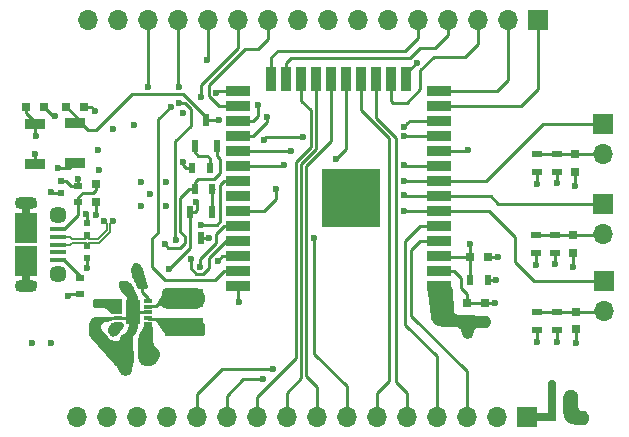
<source format=gbr>
G04 #@! TF.GenerationSoftware,KiCad,Pcbnew,(5.1.4)-1*
G04 #@! TF.CreationDate,2020-08-02T15:41:35-03:00*
G04 #@! TF.ProjectId,esp32_energy_monitor,65737033-325f-4656-9e65-7267795f6d6f,A*
G04 #@! TF.SameCoordinates,PX6d8d2a8PY639eee0*
G04 #@! TF.FileFunction,Copper,L1,Top*
G04 #@! TF.FilePolarity,Positive*
%FSLAX46Y46*%
G04 Gerber Fmt 4.6, Leading zero omitted, Abs format (unit mm)*
G04 Created by KiCad (PCBNEW (5.1.4)-1) date 2020-08-02 15:41:35*
%MOMM*%
%LPD*%
G04 APERTURE LIST*
G04 #@! TA.AperFunction,SMDPad,CuDef*
%ADD10R,0.240000X0.300000*%
G04 #@! TD*
G04 #@! TA.AperFunction,ComponentPad*
%ADD11O,1.900000X1.100000*%
G04 #@! TD*
G04 #@! TA.AperFunction,SMDPad,CuDef*
%ADD12R,1.900000X2.500000*%
G04 #@! TD*
G04 #@! TA.AperFunction,SMDPad,CuDef*
%ADD13R,1.350000X0.400000*%
G04 #@! TD*
G04 #@! TA.AperFunction,ComponentPad*
%ADD14C,1.450000*%
G04 #@! TD*
G04 #@! TA.AperFunction,SMDPad,CuDef*
%ADD15R,2.000000X0.900000*%
G04 #@! TD*
G04 #@! TA.AperFunction,SMDPad,CuDef*
%ADD16R,0.900000X2.000000*%
G04 #@! TD*
G04 #@! TA.AperFunction,SMDPad,CuDef*
%ADD17R,5.000000X5.000000*%
G04 #@! TD*
G04 #@! TA.AperFunction,SMDPad,CuDef*
%ADD18R,0.800000X0.750000*%
G04 #@! TD*
G04 #@! TA.AperFunction,SMDPad,CuDef*
%ADD19R,0.750000X0.800000*%
G04 #@! TD*
G04 #@! TA.AperFunction,SMDPad,CuDef*
%ADD20R,0.500000X0.600000*%
G04 #@! TD*
G04 #@! TA.AperFunction,SMDPad,CuDef*
%ADD21R,0.800000X0.600000*%
G04 #@! TD*
G04 #@! TA.AperFunction,SMDPad,CuDef*
%ADD22R,1.300000X2.100000*%
G04 #@! TD*
G04 #@! TA.AperFunction,SMDPad,CuDef*
%ADD23R,0.800000X0.300000*%
G04 #@! TD*
G04 #@! TA.AperFunction,ComponentPad*
%ADD24O,1.700000X1.700000*%
G04 #@! TD*
G04 #@! TA.AperFunction,ComponentPad*
%ADD25R,1.700000X1.700000*%
G04 #@! TD*
G04 #@! TA.AperFunction,SMDPad,CuDef*
%ADD26R,3.200000X1.550000*%
G04 #@! TD*
G04 #@! TA.AperFunction,SMDPad,CuDef*
%ADD27R,0.600000X1.100000*%
G04 #@! TD*
G04 #@! TA.AperFunction,SMDPad,CuDef*
%ADD28R,0.900000X0.500000*%
G04 #@! TD*
G04 #@! TA.AperFunction,SMDPad,CuDef*
%ADD29R,0.500000X0.900000*%
G04 #@! TD*
G04 #@! TA.AperFunction,SMDPad,CuDef*
%ADD30R,1.700000X0.900000*%
G04 #@! TD*
G04 #@! TA.AperFunction,ViaPad*
%ADD31C,0.600000*%
G04 #@! TD*
G04 #@! TA.AperFunction,Conductor*
%ADD32C,0.250000*%
G04 #@! TD*
G04 #@! TA.AperFunction,Conductor*
%ADD33C,0.700000*%
G04 #@! TD*
G04 #@! TA.AperFunction,Conductor*
%ADD34C,0.200000*%
G04 #@! TD*
G04 #@! TA.AperFunction,Conductor*
%ADD35C,0.300000*%
G04 #@! TD*
G04 #@! TA.AperFunction,Conductor*
%ADD36C,0.254000*%
G04 #@! TD*
G04 APERTURE END LIST*
D10*
G04 #@! TO.P,J1,SH*
G04 #@! TO.N,GNDD*
X2657000Y20290000D03*
D11*
G04 #@! TO.P,J1,6*
X1827000Y13460000D03*
D12*
X1809200Y18407800D03*
D13*
G04 #@! TO.P,J1,5*
G04 #@! TO.N,Net-(FB1-Pad1)*
X4527000Y15660000D03*
G04 #@! TO.P,J1,4*
G04 #@! TO.N,N/C*
X4527000Y16310000D03*
G04 #@! TO.P,J1,3*
G04 #@! TO.N,USB_DP*
X4527000Y16960000D03*
G04 #@! TO.P,J1,2*
G04 #@! TO.N,USB_DN*
X4527000Y17610000D03*
G04 #@! TO.P,J1,1*
G04 #@! TO.N,Net-(C4-Pad2)*
X4527000Y18260000D03*
D14*
G04 #@! TO.P,J1,6*
G04 #@! TO.N,GNDD*
X4527000Y19460000D03*
X4527000Y14460000D03*
D12*
X1809200Y15563000D03*
D11*
X1827000Y20460000D03*
D10*
G04 #@! TO.P,J1,SH*
X997000Y20290000D03*
X997000Y13630000D03*
X2657000Y13630000D03*
G04 #@! TD*
D15*
G04 #@! TO.P,MOD1,1*
G04 #@! TO.N,GND*
X36777000Y13450000D03*
G04 #@! TO.P,MOD1,2*
G04 #@! TO.N,+3V3*
X36777000Y14720000D03*
G04 #@! TO.P,MOD1,3*
G04 #@! TO.N,EN*
X36777000Y15990000D03*
G04 #@! TO.P,MOD1,4*
G04 #@! TO.N,SENSOR_VP*
X36777000Y17260000D03*
G04 #@! TO.P,MOD1,5*
G04 #@! TO.N,SENSOR_VN*
X36777000Y18530000D03*
G04 #@! TO.P,MOD1,6*
G04 #@! TO.N,ADC1_6*
X36777000Y19800000D03*
G04 #@! TO.P,MOD1,7*
G04 #@! TO.N,ADC1_7*
X36777000Y21070000D03*
G04 #@! TO.P,MOD1,8*
G04 #@! TO.N,ADC1_4*
X36777000Y22340000D03*
G04 #@! TO.P,MOD1,9*
G04 #@! TO.N,IO33*
X36777000Y23610000D03*
G04 #@! TO.P,MOD1,10*
G04 #@! TO.N,IO25*
X36777000Y24880000D03*
G04 #@! TO.P,MOD1,11*
G04 #@! TO.N,IO26*
X36777000Y26150000D03*
G04 #@! TO.P,MOD1,12*
G04 #@! TO.N,IO27*
X36777000Y27420000D03*
G04 #@! TO.P,MOD1,13*
G04 #@! TO.N,IO14*
X36777000Y28690000D03*
G04 #@! TO.P,MOD1,14*
G04 #@! TO.N,IO12*
X36777000Y29960000D03*
D16*
G04 #@! TO.P,MOD1,15*
G04 #@! TO.N,GND*
X33992000Y30960000D03*
G04 #@! TO.P,MOD1,16*
G04 #@! TO.N,IO13*
X32722000Y30960000D03*
G04 #@! TO.P,MOD1,17*
G04 #@! TO.N,SD2*
X31452000Y30960000D03*
G04 #@! TO.P,MOD1,18*
G04 #@! TO.N,SD3*
X30182000Y30960000D03*
G04 #@! TO.P,MOD1,19*
G04 #@! TO.N,SCS*
X28912000Y30960000D03*
G04 #@! TO.P,MOD1,20*
G04 #@! TO.N,CLK*
X27642000Y30960000D03*
G04 #@! TO.P,MOD1,21*
G04 #@! TO.N,SD0*
X26372000Y30960000D03*
G04 #@! TO.P,MOD1,22*
G04 #@! TO.N,SD1*
X25102000Y30960000D03*
G04 #@! TO.P,MOD1,23*
G04 #@! TO.N,IO15*
X23832000Y30960000D03*
G04 #@! TO.P,MOD1,24*
G04 #@! TO.N,IO2*
X22562000Y30960000D03*
D15*
G04 #@! TO.P,MOD1,25*
G04 #@! TO.N,IO0*
X19777000Y29960000D03*
G04 #@! TO.P,MOD1,26*
G04 #@! TO.N,IO4*
X19777000Y28690000D03*
G04 #@! TO.P,MOD1,27*
G04 #@! TO.N,IO16*
X19777000Y27420000D03*
G04 #@! TO.P,MOD1,28*
G04 #@! TO.N,IO17*
X19777000Y26150000D03*
G04 #@! TO.P,MOD1,29*
G04 #@! TO.N,IO5*
X19777000Y24880000D03*
G04 #@! TO.P,MOD1,30*
G04 #@! TO.N,IO18*
X19777000Y23610000D03*
G04 #@! TO.P,MOD1,31*
G04 #@! TO.N,IO19*
X19777000Y22340000D03*
G04 #@! TO.P,MOD1,32*
G04 #@! TO.N,N/C*
X19777000Y21070000D03*
G04 #@! TO.P,MOD1,33*
G04 #@! TO.N,IO21*
X19777000Y19800000D03*
G04 #@! TO.P,MOD1,34*
G04 #@! TO.N,RX0*
X19777000Y18530000D03*
G04 #@! TO.P,MOD1,35*
G04 #@! TO.N,TX0*
X19777000Y17260000D03*
G04 #@! TO.P,MOD1,36*
G04 #@! TO.N,IO22*
X19777000Y15990000D03*
G04 #@! TO.P,MOD1,37*
G04 #@! TO.N,IO23*
X19777000Y14720000D03*
G04 #@! TO.P,MOD1,38*
G04 #@! TO.N,GND*
X19777000Y13450000D03*
D17*
G04 #@! TO.P,MOD1,39*
X29277000Y20950000D03*
G04 #@! TD*
D18*
G04 #@! TO.P,C3,2*
G04 #@! TO.N,GND*
X10111000Y13528000D03*
G04 #@! TO.P,C3,1*
G04 #@! TO.N,VBUS*
X11611000Y13528000D03*
G04 #@! TD*
D19*
G04 #@! TO.P,C2,2*
G04 #@! TO.N,GND*
X48387000Y9791000D03*
G04 #@! TO.P,C2,1*
G04 #@! TO.N,Net-(C2-Pad1)*
X48387000Y11291000D03*
G04 #@! TD*
G04 #@! TO.P,C4,1*
G04 #@! TO.N,GND*
X7727000Y20560000D03*
G04 #@! TO.P,C4,2*
G04 #@! TO.N,Net-(C4-Pad2)*
X7727000Y22060000D03*
G04 #@! TD*
G04 #@! TO.P,C5,1*
G04 #@! TO.N,Net-(C5-Pad1)*
X48133000Y17768000D03*
G04 #@! TO.P,C5,2*
G04 #@! TO.N,GND*
X48133000Y16268000D03*
G04 #@! TD*
G04 #@! TO.P,C6,2*
G04 #@! TO.N,GND*
X7861000Y10478000D03*
G04 #@! TO.P,C6,1*
G04 #@! TO.N,Net-(C6-Pad1)*
X7861000Y11978000D03*
G04 #@! TD*
D18*
G04 #@! TO.P,C7,1*
G04 #@! TO.N,+3V3*
X11711000Y8928000D03*
G04 #@! TO.P,C7,2*
G04 #@! TO.N,GND*
X10211000Y8928000D03*
G04 #@! TD*
G04 #@! TO.P,C8,2*
G04 #@! TO.N,GND*
X10211000Y7528000D03*
G04 #@! TO.P,C8,1*
G04 #@! TO.N,+3V3*
X11711000Y7528000D03*
G04 #@! TD*
D19*
G04 #@! TO.P,C9,1*
G04 #@! TO.N,Net-(C9-Pad1)*
X48260000Y24626000D03*
G04 #@! TO.P,C9,2*
G04 #@! TO.N,GND*
X48260000Y23126000D03*
G04 #@! TD*
D18*
G04 #@! TO.P,C12,1*
G04 #@! TO.N,GND*
X6677000Y28660000D03*
G04 #@! TO.P,C12,2*
G04 #@! TO.N,EN*
X5177000Y28660000D03*
G04 #@! TD*
G04 #@! TO.P,C13,2*
G04 #@! TO.N,IO0*
X1777000Y28660000D03*
G04 #@! TO.P,C13,1*
G04 #@! TO.N,GND*
X3277000Y28660000D03*
G04 #@! TD*
G04 #@! TO.P,C14,1*
G04 #@! TO.N,EN*
X39377000Y15960000D03*
G04 #@! TO.P,C14,2*
G04 #@! TO.N,GND*
X40877000Y15960000D03*
G04 #@! TD*
G04 #@! TO.P,C15,1*
G04 #@! TO.N,+3V3*
X46329000Y2355000D03*
G04 #@! TO.P,C15,2*
G04 #@! TO.N,GND*
X47829000Y2355000D03*
G04 #@! TD*
G04 #@! TO.P,C16,2*
G04 #@! TO.N,GND*
X47829000Y4133000D03*
G04 #@! TO.P,C16,1*
G04 #@! TO.N,+3V3*
X46329000Y4133000D03*
G04 #@! TD*
D19*
G04 #@! TO.P,C17,2*
G04 #@! TO.N,GND*
X39127000Y10510000D03*
G04 #@! TO.P,C17,1*
G04 #@! TO.N,+3V3*
X39127000Y12010000D03*
G04 #@! TD*
G04 #@! TO.P,C18,1*
G04 #@! TO.N,+3V3*
X40627000Y12010000D03*
G04 #@! TO.P,C18,2*
G04 #@! TO.N,GND*
X40627000Y10510000D03*
G04 #@! TD*
D20*
G04 #@! TO.P,D1,1*
G04 #@! TO.N,USB_DP*
X6977000Y16820000D03*
G04 #@! TO.P,D1,2*
G04 #@! TO.N,GND*
X6977000Y15820000D03*
G04 #@! TD*
G04 #@! TO.P,D2,2*
G04 #@! TO.N,GND*
X6977000Y18760000D03*
G04 #@! TO.P,D2,1*
G04 #@! TO.N,USB_DN*
X6977000Y17760000D03*
G04 #@! TD*
G04 #@! TO.P,D3,1*
G04 #@! TO.N,VBUS*
X4727000Y22360000D03*
G04 #@! TO.P,D3,2*
G04 #@! TO.N,GND*
X4727000Y21360000D03*
G04 #@! TD*
D21*
G04 #@! TO.P,FB1,1*
G04 #@! TO.N,Net-(FB1-Pad1)*
X6327000Y14160000D03*
G04 #@! TO.P,FB1,2*
G04 #@! TO.N,GND*
X6327000Y12760000D03*
G04 #@! TD*
G04 #@! TO.P,FB2,2*
G04 #@! TO.N,VBUS*
X6227000Y21960000D03*
G04 #@! TO.P,FB2,1*
G04 #@! TO.N,Net-(C4-Pad2)*
X6227000Y20560000D03*
G04 #@! TD*
D22*
G04 #@! TO.P,IC1,11*
G04 #@! TO.N,GND*
X10861000Y11228000D03*
D23*
G04 #@! TO.P,IC1,10*
G04 #@! TO.N,+3V3*
X9611000Y10228000D03*
G04 #@! TO.P,IC1,9*
G04 #@! TO.N,GND*
X9611000Y10728000D03*
G04 #@! TO.P,IC1,8*
G04 #@! TO.N,Net-(C6-Pad1)*
X9611000Y11228000D03*
G04 #@! TO.P,IC1,7*
X9611000Y11728000D03*
G04 #@! TO.P,IC1,6*
X9611000Y12228000D03*
G04 #@! TO.P,IC1,5*
G04 #@! TO.N,VBUS*
X12111000Y12228000D03*
G04 #@! TO.P,IC1,4*
G04 #@! TO.N,Net-(IC1-Pad4)*
X12111000Y11728000D03*
G04 #@! TO.P,IC1,3*
G04 #@! TO.N,GND*
X12111000Y11228000D03*
G04 #@! TO.P,IC1,2*
G04 #@! TO.N,Net-(IC1-Pad2)*
X12111000Y10728000D03*
G04 #@! TO.P,IC1,1*
G04 #@! TO.N,+3V3*
X12111000Y10228000D03*
G04 #@! TD*
D24*
G04 #@! TO.P,J2,2*
G04 #@! TO.N,Net-(C2-Pad1)*
X50736500Y11366500D03*
D25*
G04 #@! TO.P,J2,1*
G04 #@! TO.N,ADC1_6*
X50736500Y13906500D03*
G04 #@! TD*
G04 #@! TO.P,J3,1*
G04 #@! TO.N,ADC1_7*
X50673000Y20447000D03*
D24*
G04 #@! TO.P,J3,2*
G04 #@! TO.N,Net-(C5-Pad1)*
X50673000Y17907000D03*
G04 #@! TD*
D25*
G04 #@! TO.P,J4,1*
G04 #@! TO.N,ADC1_4*
X50673000Y27178000D03*
D24*
G04 #@! TO.P,J4,2*
G04 #@! TO.N,Net-(C9-Pad1)*
X50673000Y24638000D03*
G04 #@! TD*
D25*
G04 #@! TO.P,J5,1*
G04 #@! TO.N,+3V3*
X44188000Y2413000D03*
D24*
G04 #@! TO.P,J5,2*
G04 #@! TO.N,IO25*
X41648000Y2413000D03*
G04 #@! TO.P,J5,3*
G04 #@! TO.N,SENSOR_VP*
X39108000Y2413000D03*
G04 #@! TO.P,J5,4*
G04 #@! TO.N,SENSOR_VN*
X36568000Y2413000D03*
G04 #@! TO.P,J5,5*
G04 #@! TO.N,SD2*
X34028000Y2413000D03*
G04 #@! TO.P,J5,6*
G04 #@! TO.N,SD3*
X31488000Y2413000D03*
G04 #@! TO.P,J5,7*
G04 #@! TO.N,SCS*
X28948000Y2413000D03*
G04 #@! TO.P,J5,8*
G04 #@! TO.N,CLK*
X26408000Y2413000D03*
G04 #@! TO.P,J5,9*
G04 #@! TO.N,SD0*
X23868000Y2413000D03*
G04 #@! TO.P,J5,10*
G04 #@! TO.N,SD1*
X21328000Y2413000D03*
G04 #@! TO.P,J5,11*
G04 #@! TO.N,ADC1_7*
X18788000Y2413000D03*
G04 #@! TO.P,J5,12*
G04 #@! TO.N,ADC1_6*
X16248000Y2413000D03*
G04 #@! TO.P,J5,13*
G04 #@! TO.N,ADC1_4*
X13708000Y2413000D03*
G04 #@! TO.P,J5,14*
G04 #@! TO.N,IO33*
X11168000Y2413000D03*
G04 #@! TO.P,J5,15*
G04 #@! TO.N,IO26*
X8628000Y2413000D03*
G04 #@! TO.P,J5,16*
G04 #@! TO.N,IO27*
X6088000Y2413000D03*
G04 #@! TD*
G04 #@! TO.P,J6,16*
G04 #@! TO.N,GND*
X7047000Y35960000D03*
G04 #@! TO.P,J6,15*
X9587000Y35960000D03*
G04 #@! TO.P,J6,14*
G04 #@! TO.N,IO23*
X12127000Y35960000D03*
G04 #@! TO.P,J6,13*
G04 #@! TO.N,IO22*
X14667000Y35960000D03*
G04 #@! TO.P,J6,12*
G04 #@! TO.N,IO21*
X17207000Y35960000D03*
G04 #@! TO.P,J6,11*
G04 #@! TO.N,IO19*
X19747000Y35960000D03*
G04 #@! TO.P,J6,10*
G04 #@! TO.N,IO4*
X22287000Y35960000D03*
G04 #@! TO.P,J6,9*
G04 #@! TO.N,IO16*
X24827000Y35960000D03*
G04 #@! TO.P,J6,8*
G04 #@! TO.N,IO17*
X27367000Y35960000D03*
G04 #@! TO.P,J6,7*
G04 #@! TO.N,IO18*
X29907000Y35960000D03*
G04 #@! TO.P,J6,6*
G04 #@! TO.N,IO5*
X32447000Y35960000D03*
G04 #@! TO.P,J6,5*
G04 #@! TO.N,IO2*
X34987000Y35960000D03*
G04 #@! TO.P,J6,4*
G04 #@! TO.N,IO15*
X37527000Y35960000D03*
G04 #@! TO.P,J6,3*
G04 #@! TO.N,IO13*
X40067000Y35960000D03*
G04 #@! TO.P,J6,2*
G04 #@! TO.N,IO12*
X42607000Y35960000D03*
D25*
G04 #@! TO.P,J6,1*
G04 #@! TO.N,IO14*
X45147000Y35960000D03*
G04 #@! TD*
D26*
G04 #@! TO.P,L1,2*
G04 #@! TO.N,Net-(IC1-Pad4)*
X15161000Y12428000D03*
G04 #@! TO.P,L1,1*
G04 #@! TO.N,Net-(IC1-Pad2)*
X15161000Y10028000D03*
G04 #@! TD*
D27*
G04 #@! TO.P,Q1,1*
G04 #@! TO.N,Net-(Q1-Pad1)*
X16077000Y25360000D03*
G04 #@! TO.P,Q1,2*
G04 #@! TO.N,RTS*
X17977000Y25360000D03*
G04 #@! TO.P,Q1,3*
G04 #@! TO.N,EN*
X17027000Y27560000D03*
G04 #@! TD*
G04 #@! TO.P,Q2,3*
G04 #@! TO.N,IO0*
X16627000Y17560000D03*
G04 #@! TO.P,Q2,2*
G04 #@! TO.N,DTR*
X15677000Y19760000D03*
G04 #@! TO.P,Q2,1*
G04 #@! TO.N,Net-(Q2-Pad1)*
X17577000Y19760000D03*
G04 #@! TD*
D28*
G04 #@! TO.P,R1,2*
G04 #@! TO.N,+3V3*
X45085000Y9727500D03*
G04 #@! TO.P,R1,1*
G04 #@! TO.N,Net-(C2-Pad1)*
X45085000Y11227500D03*
G04 #@! TD*
G04 #@! TO.P,R2,1*
G04 #@! TO.N,GND*
X46736000Y9727500D03*
G04 #@! TO.P,R2,2*
G04 #@! TO.N,Net-(C2-Pad1)*
X46736000Y11227500D03*
G04 #@! TD*
G04 #@! TO.P,R4,1*
G04 #@! TO.N,Net-(C5-Pad1)*
X44958000Y17768000D03*
G04 #@! TO.P,R4,2*
G04 #@! TO.N,+3V3*
X44958000Y16268000D03*
G04 #@! TD*
G04 #@! TO.P,R5,1*
G04 #@! TO.N,GND*
X46609000Y16268000D03*
G04 #@! TO.P,R5,2*
G04 #@! TO.N,Net-(C5-Pad1)*
X46609000Y17768000D03*
G04 #@! TD*
G04 #@! TO.P,R6,1*
G04 #@! TO.N,Net-(C9-Pad1)*
X45085000Y24626000D03*
G04 #@! TO.P,R6,2*
G04 #@! TO.N,+3V3*
X45085000Y23126000D03*
G04 #@! TD*
G04 #@! TO.P,R7,2*
G04 #@! TO.N,Net-(C9-Pad1)*
X46736000Y24626000D03*
G04 #@! TO.P,R7,1*
G04 #@! TO.N,GND*
X46736000Y23126000D03*
G04 #@! TD*
D29*
G04 #@! TO.P,R8,2*
G04 #@! TO.N,DTR*
X15877000Y23460000D03*
G04 #@! TO.P,R8,1*
G04 #@! TO.N,Net-(Q1-Pad1)*
X17377000Y23460000D03*
G04 #@! TD*
G04 #@! TO.P,R9,1*
G04 #@! TO.N,Net-(Q2-Pad1)*
X17577000Y21660000D03*
G04 #@! TO.P,R9,2*
G04 #@! TO.N,RTS*
X16077000Y21660000D03*
G04 #@! TD*
G04 #@! TO.P,R13,2*
G04 #@! TO.N,EN*
X39377000Y13960000D03*
G04 #@! TO.P,R13,1*
G04 #@! TO.N,+3V3*
X40877000Y13960000D03*
G04 #@! TD*
D30*
G04 #@! TO.P,SW1,2*
G04 #@! TO.N,EN*
X5927000Y27260000D03*
G04 #@! TO.P,SW1,1*
G04 #@! TO.N,GND*
X5927000Y23860000D03*
G04 #@! TD*
G04 #@! TO.P,SW2,1*
G04 #@! TO.N,GND*
X2527000Y23760000D03*
G04 #@! TO.P,SW2,2*
G04 #@! TO.N,IO0*
X2527000Y27160000D03*
G04 #@! TD*
D31*
G04 #@! TO.N,GND*
X27432000Y19304000D03*
X11527000Y20260000D03*
X13627000Y20260000D03*
X13627000Y22260000D03*
X11527000Y22260000D03*
X31115000Y22733000D03*
X29210000Y20955000D03*
X27432000Y22733000D03*
X31115000Y20955000D03*
X27432000Y20955000D03*
X29337000Y22733000D03*
X10861000Y11928000D03*
X10861000Y11228000D03*
X10861000Y10528000D03*
X31115000Y19304000D03*
X29210000Y19304000D03*
X3927000Y8660000D03*
X3927000Y21460000D03*
X7902022Y24960000D03*
X7727000Y19460000D03*
X5327000Y12660000D03*
X39127000Y9460000D03*
X6852000Y19560000D03*
X4226980Y27860000D03*
X7561000Y9628000D03*
X10261000Y6628000D03*
X2527000Y24660000D03*
X10927000Y27060000D03*
X7627000Y28260000D03*
X9127000Y26760000D03*
X4527000Y23460000D03*
X41727000Y15960000D03*
X6927012Y15010000D03*
X19812000Y12128500D03*
X12319000Y21260000D03*
X46736000Y8763000D03*
X48387000Y8636000D03*
X48895000Y2286000D03*
X34925000Y32385000D03*
X46736000Y22225000D03*
X48260000Y21971000D03*
X46609000Y15367000D03*
X48133000Y15113000D03*
G04 #@! TO.N,+3V3*
X12561000Y7528000D03*
X7979334Y23276906D03*
X9061000Y9628004D03*
X41627002Y13960000D03*
X41527000Y12060000D03*
X15103010Y28128012D03*
X46355000Y5207000D03*
X44958000Y15240000D03*
X45085000Y8763000D03*
X45085000Y22098000D03*
G04 #@! TO.N,GNDD*
X2327000Y8660000D03*
G04 #@! TO.N,EN*
X39377000Y17010000D03*
X18151012Y27559000D03*
X25273000Y26088839D03*
X21910051Y25847051D03*
G04 #@! TO.N,IO0*
X2627000Y26160000D03*
X17907000Y29845000D03*
X17281990Y17525999D03*
G04 #@! TO.N,IO21*
X22987000Y21717000D03*
X17145000Y32575500D03*
G04 #@! TO.N,VBUS*
X6227000Y22560000D03*
X11303000Y14732000D03*
G04 #@! TO.N,USB_DP*
X9127885Y18992940D03*
G04 #@! TO.N,USB_DN*
X8427885Y18992940D03*
G04 #@! TO.N,RTS*
X13525534Y17008917D03*
G04 #@! TO.N,TX0*
X15748000Y15748000D03*
G04 #@! TO.N,RX0*
X16510000Y15113000D03*
G04 #@! TO.N,DTR*
X15103010Y23960000D03*
X13906500Y14922500D03*
X16206969Y20574000D03*
G04 #@! TO.N,ADC1_6*
X22733000Y6477000D03*
X33794000Y19800000D03*
G04 #@! TO.N,ADC1_7*
X33782000Y21209000D03*
X21852357Y5591256D03*
G04 #@! TO.N,ADC1_4*
X33770000Y22340000D03*
G04 #@! TO.N,IO25*
X39243000Y25019000D03*
G04 #@! TO.N,SCS*
X26162000Y17526000D03*
X28067000Y24257000D03*
G04 #@! TO.N,IO33*
X33782000Y23749000D03*
G04 #@! TO.N,IO26*
X33782000Y26133977D03*
G04 #@! TO.N,IO27*
X33782000Y26933990D03*
G04 #@! TO.N,IO23*
X14033500Y28638500D03*
X12128500Y30343010D03*
G04 #@! TO.N,IO22*
X18034000Y15621000D03*
X14477990Y17399000D03*
X14732000Y30352998D03*
X14761795Y28969543D03*
G04 #@! TO.N,IO19*
X16637000Y29464000D03*
X16637000Y18669000D03*
G04 #@! TO.N,IO18*
X23632913Y23749000D03*
G04 #@! TO.N,IO17*
X22225000Y27813000D03*
G04 #@! TO.N,IO16*
X21463000Y28829000D03*
G04 #@! TO.N,IO5*
X24257913Y24892000D03*
G04 #@! TD*
D32*
G04 #@! TO.N,GND*
X10211000Y8928000D02*
X10861000Y9578000D01*
X10561000Y11028000D02*
X10561000Y11328000D01*
X10261000Y10728000D02*
X10561000Y11028000D01*
X10861000Y11228000D02*
X12111000Y11228000D01*
X9611000Y10728000D02*
X10261000Y10728000D01*
X8111000Y10728000D02*
X7861000Y10478000D01*
X9611000Y10728000D02*
X8111000Y10728000D01*
X4727000Y21360000D02*
X4027000Y21360000D01*
X4027000Y21360000D02*
X3927000Y21460000D01*
X7727000Y20560000D02*
X7727000Y19460000D01*
X6327000Y12760000D02*
X5427000Y12760000D01*
X5427000Y12760000D02*
X5327000Y12660000D01*
X39127000Y10510000D02*
X39127000Y9460000D01*
X38932000Y10705000D02*
X39127000Y10510000D01*
X37127000Y10705000D02*
X38932000Y10705000D01*
X6977000Y18760000D02*
X6977000Y19435000D01*
X6977000Y19435000D02*
X6852000Y19560000D01*
X3277000Y28660000D02*
X3302000Y28660000D01*
X4102000Y27860000D02*
X4226980Y27860000D01*
X3302000Y28660000D02*
X4102000Y27860000D01*
X10861000Y12478000D02*
X10861000Y11928000D01*
X10111000Y13228000D02*
X10861000Y12478000D01*
X7861000Y10478000D02*
X7861000Y9828000D01*
X7661000Y9628000D02*
X7561000Y9628000D01*
X7861000Y9828000D02*
X7661000Y9628000D01*
X10861000Y9578000D02*
X10861000Y11228000D01*
X10211000Y8928000D02*
X10211000Y7528000D01*
X10211000Y7528000D02*
X10211000Y6678000D01*
X10211000Y6678000D02*
X10261000Y6628000D01*
X39127000Y10510000D02*
X40627000Y10510000D01*
X2527000Y23960000D02*
X2527000Y24660000D01*
X7327000Y28660000D02*
X7627000Y28360000D01*
X7627000Y28360000D02*
X7627000Y28260000D01*
X6677000Y28660000D02*
X7327000Y28660000D01*
X5927000Y23960000D02*
X5427000Y23460000D01*
X4951264Y23460000D02*
X4527000Y23460000D01*
X5427000Y23460000D02*
X4951264Y23460000D01*
X40877000Y15960000D02*
X41727000Y15960000D01*
X6927000Y15810000D02*
X6927012Y15809988D01*
X6927012Y15434264D02*
X6927012Y15010000D01*
X6927012Y15809988D02*
X6927012Y15434264D01*
X36777000Y11055000D02*
X36777000Y13450000D01*
X37127000Y10705000D02*
X36777000Y11055000D01*
X19777000Y13450000D02*
X19777000Y12163500D01*
X19777000Y12163500D02*
X19812000Y12128500D01*
X46736000Y9727500D02*
X46736000Y8763000D01*
X48387000Y9791000D02*
X48387000Y8636000D01*
X47829000Y2355000D02*
X48826000Y2355000D01*
X48826000Y2355000D02*
X48895000Y2286000D01*
X33992000Y30960000D02*
X33992000Y31510000D01*
X34867000Y32385000D02*
X34925000Y32385000D01*
X33992000Y31510000D02*
X34867000Y32385000D01*
X46736000Y23126000D02*
X46736000Y22225000D01*
X48260000Y23126000D02*
X48260000Y21971000D01*
X46609000Y16268000D02*
X46609000Y15367000D01*
X48133000Y16268000D02*
X48133000Y15113000D01*
G04 #@! TO.N,+3V3*
X11711000Y9828000D02*
X12111000Y10228000D01*
X11711000Y9128000D02*
X11711000Y9828000D01*
X11711000Y7528000D02*
X11711000Y8928000D01*
X11711000Y7528000D02*
X12561000Y7528000D01*
X39127000Y12010000D02*
X40627000Y12010000D01*
X9611000Y10228000D02*
X9611000Y9828000D01*
X9411004Y9628004D02*
X9061000Y9628004D01*
X9611000Y9828000D02*
X9411004Y9628004D01*
X40877000Y13960000D02*
X41627002Y13960000D01*
X40627000Y12010000D02*
X41477000Y12010000D01*
X41477000Y12010000D02*
X41527000Y12060000D01*
X39127000Y12816000D02*
X39127000Y12210000D01*
X38608000Y13335000D02*
X39127000Y12816000D01*
X38608000Y14139000D02*
X38608000Y13335000D01*
X36777000Y14720000D02*
X38027000Y14720000D01*
X38027000Y14720000D02*
X38608000Y14139000D01*
D33*
X46271000Y2413000D02*
X46329000Y2355000D01*
X44188000Y2413000D02*
X46271000Y2413000D01*
X46329000Y4133000D02*
X46329000Y2355000D01*
X46329000Y4133000D02*
X46329000Y5181000D01*
X46329000Y5181000D02*
X46355000Y5207000D01*
D32*
X44958000Y16268000D02*
X44958000Y15240000D01*
X45085000Y9727500D02*
X45085000Y8763000D01*
X45085000Y23126000D02*
X45085000Y22098000D01*
D33*
G04 #@! TO.N,GNDD*
X1827000Y18425600D02*
X1809200Y18407800D01*
X1827000Y20460000D02*
X1827000Y18425600D01*
X1827000Y15545200D02*
X1809200Y15563000D01*
X1827000Y13460000D02*
X1827000Y15545200D01*
D32*
G04 #@! TO.N,Net-(C4-Pad2)*
X6227000Y20010000D02*
X6227000Y20560000D01*
X6227000Y19485000D02*
X6227000Y20010000D01*
X5002000Y18260000D02*
X6227000Y19485000D01*
X4527000Y18260000D02*
X5002000Y18260000D01*
X7727000Y21560000D02*
X7727000Y22060000D01*
X7498000Y21331000D02*
X7727000Y21560000D01*
X6598000Y21331000D02*
X7498000Y21331000D01*
X6227000Y20560000D02*
X6227000Y20960000D01*
X6227000Y20960000D02*
X6598000Y21331000D01*
G04 #@! TO.N,EN*
X39377000Y13760000D02*
X39377000Y13960000D01*
X39377000Y15960000D02*
X39377000Y13960000D01*
X39377000Y15960000D02*
X39377000Y17010000D01*
X36807000Y15960000D02*
X36777000Y15990000D01*
X39377000Y15960000D02*
X36807000Y15960000D01*
X10785014Y29718000D02*
X15119000Y29718000D01*
X7727014Y26660000D02*
X10785014Y29718000D01*
X5177000Y28660000D02*
X5202000Y28660000D01*
X17027000Y27810000D02*
X17027000Y27560000D01*
X7027000Y26660000D02*
X7727014Y26660000D01*
X15119000Y29718000D02*
X17027000Y27810000D01*
X5202000Y28660000D02*
X6327000Y27535000D01*
X6327000Y27535000D02*
X6327000Y27360000D01*
X6327000Y27360000D02*
X7027000Y26660000D01*
X17027000Y27560000D02*
X18150012Y27560000D01*
X18150012Y27560000D02*
X18151012Y27559000D01*
X22151839Y26088839D02*
X21910051Y25847051D01*
X25273000Y26088839D02*
X22151839Y26088839D01*
G04 #@! TO.N,IO0*
X1777000Y28110000D02*
X2527000Y27360000D01*
X1777000Y28660000D02*
X1777000Y28110000D01*
X2527000Y26260000D02*
X2627000Y26160000D01*
X2527000Y27360000D02*
X2527000Y26260000D01*
X18022000Y29960000D02*
X17907000Y29845000D01*
X19777000Y29960000D02*
X18022000Y29960000D01*
X16627000Y17560000D02*
X17247989Y17560000D01*
X17247989Y17560000D02*
X17281990Y17525999D01*
G04 #@! TO.N,Net-(C9-Pad1)*
X45085000Y24626000D02*
X46736000Y24626000D01*
X46736000Y24626000D02*
X48260000Y24626000D01*
X50661000Y24626000D02*
X50673000Y24638000D01*
X48260000Y24626000D02*
X50661000Y24626000D01*
G04 #@! TO.N,IO21*
X22987000Y20828000D02*
X22987000Y21717000D01*
X19777000Y19800000D02*
X21959000Y19800000D01*
X21959000Y19800000D02*
X22987000Y20828000D01*
X17207000Y32637500D02*
X17145000Y32575500D01*
X17207000Y35960000D02*
X17207000Y32637500D01*
G04 #@! TO.N,VBUS*
X5577000Y21960000D02*
X6227000Y21960000D01*
X4727000Y22360000D02*
X5177000Y22360000D01*
X5177000Y22360000D02*
X5577000Y21960000D01*
X6227000Y21960000D02*
X6227000Y22560000D01*
X12111000Y12478000D02*
X12111000Y12228000D01*
X11611000Y12978000D02*
X12111000Y12478000D01*
X11611000Y13578000D02*
X11611000Y12978000D01*
X11611000Y13528000D02*
X11611000Y14424000D01*
X11611000Y14424000D02*
X11303000Y14732000D01*
D34*
G04 #@! TO.N,USB_DP*
X4527000Y16960000D02*
X5539501Y16960000D01*
X5539501Y16960000D02*
X5714501Y17135000D01*
X7994134Y17135000D02*
X8927885Y18068751D01*
X8927885Y18068751D02*
X8927885Y18792940D01*
X8927885Y18792940D02*
X9127885Y18992940D01*
X6977000Y17026000D02*
X6868000Y17135000D01*
X6977000Y16820000D02*
X6977000Y17026000D01*
X5714501Y17135000D02*
X6868000Y17135000D01*
X6977000Y16990000D02*
X7122000Y17135000D01*
X6977000Y16820000D02*
X6977000Y16990000D01*
X7122000Y17135000D02*
X7994134Y17135000D01*
G04 #@! TO.N,USB_DN*
X5539501Y17610000D02*
X5714501Y17435000D01*
X4527000Y17610000D02*
X5539501Y17610000D01*
X8627885Y18792940D02*
X8427885Y18992940D01*
X8627885Y18193019D02*
X8627885Y18792940D01*
X7869866Y17435000D02*
X8627885Y18193019D01*
X6977000Y17606000D02*
X7148000Y17435000D01*
X6977000Y17760000D02*
X6977000Y17606000D01*
X7148000Y17435000D02*
X7869866Y17435000D01*
X6977000Y17590000D02*
X6822000Y17435000D01*
X6977000Y17760000D02*
X6977000Y17590000D01*
X5714501Y17435000D02*
X6822000Y17435000D01*
D32*
G04 #@! TO.N,Net-(FB1-Pad1)*
X6327000Y14335000D02*
X6327000Y14160000D01*
X5002000Y15660000D02*
X6327000Y14335000D01*
X4527000Y15660000D02*
X5002000Y15660000D01*
G04 #@! TO.N,RTS*
X17977000Y25360000D02*
X18027000Y25310000D01*
X14839922Y16708918D02*
X13825533Y16708918D01*
X15577000Y21660000D02*
X14859000Y20942000D01*
X14859000Y20942000D02*
X14859000Y18070012D01*
X15230011Y17699001D02*
X15230011Y17099007D01*
X16077000Y21660000D02*
X15577000Y21660000D01*
X14859000Y18070012D02*
X15230011Y17699001D01*
X15230011Y17099007D02*
X14839922Y16708918D01*
X13825533Y16708918D02*
X13525534Y17008917D01*
X16077000Y22274600D02*
X16077000Y21660000D01*
X17977000Y25360000D02*
X17977000Y24460000D01*
X17977000Y24460000D02*
X18227000Y24210000D01*
X18227000Y24210000D02*
X18227000Y23060000D01*
X17722200Y22555200D02*
X16357600Y22555200D01*
X18227000Y23060000D02*
X17722200Y22555200D01*
X16357600Y22555200D02*
X16077000Y22274600D01*
G04 #@! TO.N,TX0*
X16209998Y14487998D02*
X15748000Y14949996D01*
X15748000Y14949996D02*
X15748000Y15323736D01*
X15748000Y15323736D02*
X15748000Y15748000D01*
X18694415Y17260000D02*
X17272000Y15837585D01*
X19777000Y17260000D02*
X18694415Y17260000D01*
X17272000Y15837585D02*
X17272000Y14986000D01*
X17272000Y14986000D02*
X16773998Y14487998D01*
X16773998Y14487998D02*
X16209998Y14487998D01*
G04 #@! TO.N,RX0*
X16510000Y15537264D02*
X16510000Y15113000D01*
X17907000Y17108996D02*
X16510000Y15711996D01*
X17907000Y17910000D02*
X17907000Y17108996D01*
X18527000Y18530000D02*
X17907000Y17910000D01*
X19777000Y18530000D02*
X18527000Y18530000D01*
X16510000Y15711996D02*
X16510000Y15537264D01*
G04 #@! TO.N,DTR*
X15877000Y23610000D02*
X15877000Y23460000D01*
X15877000Y23460000D02*
X15377000Y23460000D01*
X15377000Y23460000D02*
X15103010Y23733990D01*
X15103010Y23733990D02*
X15103010Y23960000D01*
X14206499Y15222499D02*
X13906500Y14922500D01*
X15680014Y18956986D02*
X15680014Y16696014D01*
X15677000Y18960000D02*
X15680014Y18956986D01*
X15677000Y19760000D02*
X15677000Y18960000D01*
X15680014Y16696014D02*
X14206499Y15222499D01*
X16256000Y20524969D02*
X16206969Y20574000D01*
X16256000Y19939000D02*
X16256000Y20524969D01*
X15677000Y19760000D02*
X16077000Y19760000D01*
X16077000Y19760000D02*
X16256000Y19939000D01*
G04 #@! TO.N,Net-(Q1-Pad1)*
X17377000Y24279000D02*
X17377000Y23460000D01*
X17145000Y24511000D02*
X17377000Y24279000D01*
X16383000Y24511000D02*
X17145000Y24511000D01*
X16077000Y25360000D02*
X16077000Y24817000D01*
X16077000Y24817000D02*
X16383000Y24511000D01*
G04 #@! TO.N,Net-(Q2-Pad1)*
X17727000Y21660000D02*
X17577000Y21660000D01*
X17577000Y21660000D02*
X17577000Y19760000D01*
G04 #@! TO.N,Net-(C6-Pad1)*
X9611000Y12228000D02*
X9611000Y11228000D01*
D35*
X9611000Y11228000D02*
X9361000Y11228000D01*
D32*
X8011000Y12128000D02*
X7861000Y11978000D01*
X9611000Y12228000D02*
X9511000Y12128000D01*
X9511000Y12128000D02*
X8011000Y12128000D01*
G04 #@! TO.N,Net-(C2-Pad1)*
X45085000Y11227500D02*
X46736000Y11227500D01*
X48323500Y11227500D02*
X48387000Y11291000D01*
X46736000Y11227500D02*
X48323500Y11227500D01*
X50661000Y11291000D02*
X50736500Y11366500D01*
X48387000Y11291000D02*
X50661000Y11291000D01*
G04 #@! TO.N,Net-(C5-Pad1)*
X44958000Y17768000D02*
X46609000Y17768000D01*
X46609000Y17768000D02*
X48133000Y17768000D01*
X50534000Y17768000D02*
X50673000Y17907000D01*
X48133000Y17768000D02*
X50534000Y17768000D01*
G04 #@! TO.N,Net-(IC1-Pad4)*
X13561000Y12428000D02*
X15161000Y12428000D01*
X13446002Y12428000D02*
X13561000Y12428000D01*
X12771001Y11752999D02*
X13446002Y12428000D01*
X12111000Y11728000D02*
X12135999Y11752999D01*
X12135999Y11752999D02*
X12771001Y11752999D01*
G04 #@! TO.N,Net-(IC1-Pad2)*
X13446002Y10028000D02*
X15161000Y10028000D01*
X12771001Y10703001D02*
X13446002Y10028000D01*
X12111000Y10728000D02*
X12135999Y10703001D01*
X12135999Y10703001D02*
X12771001Y10703001D01*
G04 #@! TO.N,ADC1_6*
X36777000Y19800000D02*
X33794000Y19800000D01*
X22308736Y6477000D02*
X22733000Y6477000D01*
X18415000Y6477000D02*
X22308736Y6477000D01*
X16248000Y2413000D02*
X16248000Y4310000D01*
X16248000Y4310000D02*
X18415000Y6477000D01*
X44767500Y13906500D02*
X50736500Y13906500D01*
X43180000Y15494000D02*
X44767500Y13906500D01*
X43180000Y17653000D02*
X43180000Y15494000D01*
X36777000Y19800000D02*
X41033000Y19800000D01*
X41033000Y19800000D02*
X43180000Y17653000D01*
G04 #@! TO.N,ADC1_7*
X41783000Y20447000D02*
X50673000Y20447000D01*
X36777000Y21070000D02*
X41160000Y21070000D01*
X41160000Y21070000D02*
X41783000Y20447000D01*
X36777000Y21070000D02*
X33921000Y21070000D01*
X33921000Y21070000D02*
X33782000Y21209000D01*
X20196256Y5591256D02*
X21852357Y5591256D01*
X18788000Y2413000D02*
X18788000Y4183000D01*
X18788000Y4183000D02*
X20196256Y5591256D01*
G04 #@! TO.N,ADC1_4*
X36777000Y22340000D02*
X33770000Y22340000D01*
X49573000Y27178000D02*
X50673000Y27178000D01*
X45593000Y27178000D02*
X49573000Y27178000D01*
X36777000Y22340000D02*
X40755000Y22340000D01*
X40755000Y22340000D02*
X45593000Y27178000D01*
G04 #@! TO.N,IO25*
X36777000Y24880000D02*
X39104000Y24880000D01*
X39104000Y24880000D02*
X39243000Y25019000D01*
G04 #@! TO.N,SENSOR_VP*
X35167000Y17260000D02*
X36777000Y17260000D01*
X34417000Y16510000D02*
X35167000Y17260000D01*
X34417000Y10922000D02*
X34417000Y16510000D01*
X39108000Y2413000D02*
X39108000Y6231000D01*
X39108000Y6231000D02*
X34417000Y10922000D01*
G04 #@! TO.N,SENSOR_VN*
X36568000Y7501000D02*
X36568000Y2413000D01*
X33909000Y10160000D02*
X36568000Y7501000D01*
X33909000Y17272000D02*
X33909000Y10160000D01*
X36777000Y18530000D02*
X35167000Y18530000D01*
X35167000Y18530000D02*
X33909000Y17272000D01*
G04 #@! TO.N,SD2*
X34036000Y2421000D02*
X34028000Y2413000D01*
X34036000Y4445000D02*
X34036000Y2421000D01*
X33144999Y5336001D02*
X34036000Y4445000D01*
X33144999Y26038411D02*
X33144999Y5336001D01*
X31452000Y30960000D02*
X31452000Y27731410D01*
X31452000Y27731410D02*
X33144999Y26038411D01*
G04 #@! TO.N,SD3*
X31496000Y2421000D02*
X31488000Y2413000D01*
X31496000Y4445000D02*
X31496000Y2421000D01*
X32512000Y5461000D02*
X31496000Y4445000D01*
X32512000Y26035000D02*
X32512000Y5461000D01*
X30182000Y30960000D02*
X30182000Y28365000D01*
X30182000Y28365000D02*
X32512000Y26035000D01*
G04 #@! TO.N,SCS*
X28912000Y25102000D02*
X28067000Y24257000D01*
X28912000Y30960000D02*
X28912000Y25102000D01*
X26162000Y7747000D02*
X26162000Y17526000D01*
X28948000Y2413000D02*
X28948000Y4961000D01*
X28948000Y4961000D02*
X26162000Y7747000D01*
G04 #@! TO.N,CLK*
X26416000Y2421000D02*
X26408000Y2413000D01*
X26416000Y4953000D02*
X26416000Y2421000D01*
X25536999Y5832001D02*
X26416000Y4953000D01*
X25536999Y23629178D02*
X25536999Y5832001D01*
X27642000Y30960000D02*
X27642000Y25734179D01*
X27642000Y25734179D02*
X25536999Y23629178D01*
G04 #@! TO.N,SD0*
X23876000Y2421000D02*
X23868000Y2413000D01*
X23876000Y4445000D02*
X23876000Y2421000D01*
X25086988Y5655988D02*
X23876000Y4445000D01*
X25086988Y23815578D02*
X25086988Y5655988D01*
X26372000Y30960000D02*
X26372000Y25100590D01*
X26372000Y25100590D02*
X25086988Y23815578D01*
G04 #@! TO.N,SD1*
X25102000Y29710000D02*
X25102000Y30960000D01*
X25102000Y29127000D02*
X25102000Y29710000D01*
X21328000Y4056000D02*
X24636977Y7364977D01*
X24636977Y7364977D02*
X24636977Y24001977D01*
X24636977Y24001977D02*
X25898002Y25263002D01*
X25898002Y25263002D02*
X25898002Y28330998D01*
X21328000Y2413000D02*
X21328000Y4056000D01*
X25898002Y28330998D02*
X25102000Y29127000D01*
G04 #@! TO.N,IO33*
X33921000Y23610000D02*
X33782000Y23749000D01*
X36777000Y23610000D02*
X33921000Y23610000D01*
G04 #@! TO.N,IO26*
X33798023Y26150000D02*
X33782000Y26133977D01*
X36777000Y26150000D02*
X33798023Y26150000D01*
G04 #@! TO.N,IO27*
X36777000Y27420000D02*
X34268010Y27420000D01*
X34081999Y27233989D02*
X33782000Y26933990D01*
X34268010Y27420000D02*
X34081999Y27233989D01*
G04 #@! TO.N,IO23*
X12127000Y30344510D02*
X12128500Y30343010D01*
X12127000Y35960000D02*
X12127000Y30344510D01*
X18527000Y14720000D02*
X19777000Y14720000D01*
X17781487Y13974487D02*
X18527000Y14720000D01*
X13001999Y27606999D02*
X13001999Y18018499D01*
X14033500Y28638500D02*
X13001999Y27606999D01*
X13001999Y18018499D02*
X12446000Y17462500D01*
X12446000Y15113000D02*
X13584513Y13974487D01*
X12446000Y17462500D02*
X12446000Y15113000D01*
X13584513Y13974487D02*
X17781487Y13974487D01*
G04 #@! TO.N,IO22*
X19777000Y15990000D02*
X18403000Y15990000D01*
X18403000Y15990000D02*
X18034000Y15621000D01*
X14667000Y30417998D02*
X14732000Y30352998D01*
X14667000Y35960000D02*
X14667000Y30417998D01*
X14478000Y17399010D02*
X14477990Y17399000D01*
X15231047Y28969543D02*
X15728011Y28472579D01*
X14761795Y28969543D02*
X15231047Y28969543D01*
X15728011Y28472579D02*
X15728011Y27031011D01*
X15728011Y27031011D02*
X14408990Y25711990D01*
X14408990Y25711990D02*
X14408990Y17468020D01*
X14408990Y17468020D02*
X14478000Y17399010D01*
G04 #@! TO.N,IO19*
X17921002Y18669000D02*
X16637000Y18669000D01*
X18202001Y18949999D02*
X17921002Y18669000D01*
X18202001Y22015001D02*
X18202001Y18949999D01*
X19777000Y22340000D02*
X18527000Y22340000D01*
X18527000Y22340000D02*
X18202001Y22015001D01*
X16637000Y30480000D02*
X16637000Y29464000D01*
X19747000Y35960000D02*
X19747000Y33590000D01*
X19747000Y33590000D02*
X16637000Y30480000D01*
G04 #@! TO.N,IO18*
X23493913Y23610000D02*
X23632913Y23749000D01*
X19777000Y23610000D02*
X23493913Y23610000D01*
G04 #@! TO.N,IO17*
X21027000Y26150000D02*
X19777000Y26150000D01*
X22225000Y27813000D02*
X22225000Y27348000D01*
X22225000Y27348000D02*
X21027000Y26150000D01*
G04 #@! TO.N,IO16*
X21027000Y27420000D02*
X19777000Y27420000D01*
X21463000Y28829000D02*
X21463000Y27856000D01*
X21463000Y27856000D02*
X21027000Y27420000D01*
G04 #@! TO.N,IO15*
X23832000Y32341000D02*
X23832000Y30960000D01*
X37527000Y34757919D02*
X36424081Y33655000D01*
X37527000Y35960000D02*
X37527000Y34757919D01*
X36424081Y33655000D02*
X35179000Y33655000D01*
X35179000Y33655000D02*
X34290000Y32766000D01*
X34290000Y32766000D02*
X24257000Y32766000D01*
X24257000Y32766000D02*
X23832000Y32341000D01*
G04 #@! TO.N,IO14*
X45147000Y30161000D02*
X45147000Y35960000D01*
X36777000Y28690000D02*
X43676000Y28690000D01*
X43676000Y28690000D02*
X45147000Y30161000D01*
G04 #@! TO.N,IO13*
X32722000Y29127000D02*
X32722000Y30960000D01*
X32893000Y28956000D02*
X32722000Y29127000D01*
X34023002Y28956000D02*
X32893000Y28956000D01*
X40067000Y33971000D02*
X38989000Y32893000D01*
X40067000Y35960000D02*
X40067000Y33971000D01*
X38989000Y32893000D02*
X36322000Y32893000D01*
X36322000Y32893000D02*
X35179000Y31750000D01*
X35179000Y31750000D02*
X35179000Y30111998D01*
X35179000Y30111998D02*
X34023002Y28956000D01*
G04 #@! TO.N,IO12*
X41644000Y29960000D02*
X36777000Y29960000D01*
X42607000Y35960000D02*
X42607000Y30923000D01*
X42607000Y30923000D02*
X41644000Y29960000D01*
G04 #@! TO.N,IO5*
X19789000Y24892000D02*
X19777000Y24880000D01*
X24257913Y24892000D02*
X19789000Y24892000D01*
G04 #@! TO.N,IO4*
X22225000Y35898000D02*
X22287000Y35960000D01*
X22225000Y35431590D02*
X22225000Y35898000D01*
X18136998Y28690000D02*
X19777000Y28690000D01*
X22287000Y35960000D02*
X22287000Y34352000D01*
X21463000Y33528000D02*
X20321410Y33528000D01*
X20321410Y33528000D02*
X17281999Y30488589D01*
X22287000Y34352000D02*
X21463000Y33528000D01*
X17281999Y30488589D02*
X17281999Y29544999D01*
X17281999Y29544999D02*
X18136998Y28690000D01*
G04 #@! TO.N,IO2*
X22562000Y32849000D02*
X22562000Y30960000D01*
X23114000Y33401000D02*
X22562000Y32849000D01*
X33909000Y33401000D02*
X23114000Y33401000D01*
X34987000Y35960000D02*
X34987000Y34479000D01*
X34987000Y34479000D02*
X33909000Y33401000D01*
G04 #@! TD*
D36*
G04 #@! TO.N,GND*
G36*
X37085176Y13810083D02*
G01*
X37249456Y13763718D01*
X37401567Y13686247D01*
X37535677Y13580639D01*
X37646657Y13450937D01*
X37730251Y13302111D01*
X37783267Y13139849D01*
X37804418Y12964157D01*
X37836715Y11484127D01*
X37838663Y11464572D01*
X37862336Y11332009D01*
X37869094Y11308047D01*
X37875094Y11294957D01*
X37938054Y11175921D01*
X37951795Y11155160D01*
X37961500Y11144523D01*
X38057752Y11050347D01*
X38077168Y11034763D01*
X38089655Y11027590D01*
X38210036Y10967242D01*
X38233279Y10958320D01*
X38247358Y10955295D01*
X38380407Y10934520D01*
X38400000Y10933000D01*
X38803892Y10933000D01*
X38844575Y10932116D01*
X40613872Y10855190D01*
X40720523Y10836803D01*
X40811680Y10795515D01*
X40889502Y10732602D01*
X40948975Y10652121D01*
X40986262Y10559263D01*
X40998934Y10460233D01*
X40986231Y10363743D01*
X40949077Y10274045D01*
X40889976Y10197024D01*
X40812955Y10137923D01*
X40723257Y10100769D01*
X40618672Y10087000D01*
X40077000Y10087000D01*
X40057132Y10085436D01*
X39918074Y10063411D01*
X39893985Y10057125D01*
X39880286Y10051133D01*
X39754841Y9987216D01*
X39733872Y9973793D01*
X39722694Y9963861D01*
X39623139Y9864306D01*
X39607345Y9845060D01*
X39599784Y9832159D01*
X39535867Y9706714D01*
X39526793Y9683531D01*
X39523589Y9668926D01*
X39482686Y9410676D01*
X39437033Y9321078D01*
X39365922Y9249967D01*
X39276324Y9204314D01*
X39167007Y9187000D01*
X39135328Y9187000D01*
X39030743Y9200769D01*
X38941045Y9237923D01*
X38864024Y9297024D01*
X38804923Y9374045D01*
X38767769Y9463743D01*
X38735877Y9705987D01*
X38727296Y9738011D01*
X38677346Y9858601D01*
X38660768Y9887313D01*
X38581308Y9990866D01*
X38557866Y10014308D01*
X38454313Y10093768D01*
X38425601Y10110346D01*
X38305011Y10160296D01*
X38272987Y10168877D01*
X38143577Y10185914D01*
X38127000Y10187000D01*
X37026308Y10187000D01*
X36839377Y10206532D01*
X36666844Y10262242D01*
X36509554Y10352414D01*
X36374302Y10473154D01*
X36266932Y10619242D01*
X36192076Y10784375D01*
X36151541Y10967904D01*
X35938162Y12843697D01*
X35936435Y13031586D01*
X35972255Y13209249D01*
X36044016Y13375676D01*
X36148623Y13523688D01*
X36281551Y13646880D01*
X36437070Y13739947D01*
X36608469Y13798868D01*
X36794943Y13821915D01*
X36908765Y13824066D01*
X37085176Y13810083D01*
X37085176Y13810083D01*
G37*
X37085176Y13810083D02*
X37249456Y13763718D01*
X37401567Y13686247D01*
X37535677Y13580639D01*
X37646657Y13450937D01*
X37730251Y13302111D01*
X37783267Y13139849D01*
X37804418Y12964157D01*
X37836715Y11484127D01*
X37838663Y11464572D01*
X37862336Y11332009D01*
X37869094Y11308047D01*
X37875094Y11294957D01*
X37938054Y11175921D01*
X37951795Y11155160D01*
X37961500Y11144523D01*
X38057752Y11050347D01*
X38077168Y11034763D01*
X38089655Y11027590D01*
X38210036Y10967242D01*
X38233279Y10958320D01*
X38247358Y10955295D01*
X38380407Y10934520D01*
X38400000Y10933000D01*
X38803892Y10933000D01*
X38844575Y10932116D01*
X40613872Y10855190D01*
X40720523Y10836803D01*
X40811680Y10795515D01*
X40889502Y10732602D01*
X40948975Y10652121D01*
X40986262Y10559263D01*
X40998934Y10460233D01*
X40986231Y10363743D01*
X40949077Y10274045D01*
X40889976Y10197024D01*
X40812955Y10137923D01*
X40723257Y10100769D01*
X40618672Y10087000D01*
X40077000Y10087000D01*
X40057132Y10085436D01*
X39918074Y10063411D01*
X39893985Y10057125D01*
X39880286Y10051133D01*
X39754841Y9987216D01*
X39733872Y9973793D01*
X39722694Y9963861D01*
X39623139Y9864306D01*
X39607345Y9845060D01*
X39599784Y9832159D01*
X39535867Y9706714D01*
X39526793Y9683531D01*
X39523589Y9668926D01*
X39482686Y9410676D01*
X39437033Y9321078D01*
X39365922Y9249967D01*
X39276324Y9204314D01*
X39167007Y9187000D01*
X39135328Y9187000D01*
X39030743Y9200769D01*
X38941045Y9237923D01*
X38864024Y9297024D01*
X38804923Y9374045D01*
X38767769Y9463743D01*
X38735877Y9705987D01*
X38727296Y9738011D01*
X38677346Y9858601D01*
X38660768Y9887313D01*
X38581308Y9990866D01*
X38557866Y10014308D01*
X38454313Y10093768D01*
X38425601Y10110346D01*
X38305011Y10160296D01*
X38272987Y10168877D01*
X38143577Y10185914D01*
X38127000Y10187000D01*
X37026308Y10187000D01*
X36839377Y10206532D01*
X36666844Y10262242D01*
X36509554Y10352414D01*
X36374302Y10473154D01*
X36266932Y10619242D01*
X36192076Y10784375D01*
X36151541Y10967904D01*
X35938162Y12843697D01*
X35936435Y13031586D01*
X35972255Y13209249D01*
X36044016Y13375676D01*
X36148623Y13523688D01*
X36281551Y13646880D01*
X36437070Y13739947D01*
X36608469Y13798868D01*
X36794943Y13821915D01*
X36908765Y13824066D01*
X37085176Y13810083D01*
G36*
X8948870Y10710958D02*
G01*
X8457455Y10601755D01*
X8440430Y10596699D01*
X8306141Y10546363D01*
X8275021Y10529420D01*
X8159864Y10443942D01*
X8134637Y10419060D01*
X8047578Y10305095D01*
X8034476Y10283925D01*
X8027841Y10267630D01*
X7985948Y10140080D01*
X7980535Y10115779D01*
X7979943Y10091219D01*
X7989701Y9957321D01*
X7993936Y9932788D01*
X8002727Y9909847D01*
X8062671Y9789719D01*
X8075816Y9768770D01*
X8581610Y9114213D01*
X8590503Y9103899D01*
X8738850Y8949428D01*
X8759683Y8931940D01*
X8937521Y8812600D01*
X8961599Y8799949D01*
X9160770Y8721215D01*
X9173686Y8716895D01*
X9279129Y8687807D01*
X9304045Y8683543D01*
X9423316Y8675205D01*
X9448203Y8675912D01*
X9473201Y8681706D01*
X9586353Y8720331D01*
X9609012Y8730644D01*
X9629799Y8745689D01*
X9719077Y8825216D01*
X9735955Y8843518D01*
X9749270Y8865454D01*
X9800667Y8973406D01*
X9809208Y8997199D01*
X9816471Y9026253D01*
X9869376Y9150506D01*
X9951508Y9244598D01*
X10067475Y9313806D01*
X10161362Y9351361D01*
X10177878Y9359399D01*
X10262973Y9408718D01*
X10291691Y9431471D01*
X10359165Y9503030D01*
X10380194Y9533036D01*
X10424430Y9620880D01*
X10431483Y9637839D01*
X10474612Y9767225D01*
X10475456Y9769854D01*
X10488296Y9811361D01*
X10489082Y9814003D01*
X10676766Y10470893D01*
X10688781Y10509734D01*
X10727289Y10625256D01*
X10752855Y10668898D01*
X10782889Y10690545D01*
X10832382Y10701000D01*
X10848362Y10701000D01*
X10925096Y10685575D01*
X10979234Y10648922D01*
X11022054Y10583406D01*
X11040626Y10536975D01*
X11082459Y10389419D01*
X11092395Y10243021D01*
X11070881Y10091158D01*
X10988305Y9760854D01*
X10927529Y9591528D01*
X10834439Y9437586D01*
X10809400Y9404200D01*
X10801316Y9392019D01*
X10720851Y9254157D01*
X10709131Y9227422D01*
X10662269Y9074829D01*
X10656963Y9046123D01*
X10646181Y8886861D01*
X10646035Y8872242D01*
X10728368Y7143261D01*
X10714325Y6931236D01*
X10618130Y6402168D01*
X10579595Y6285474D01*
X10515520Y6191237D01*
X10428033Y6118223D01*
X10323852Y6072037D01*
X10202156Y6055000D01*
X10151062Y6055000D01*
X10012727Y6075305D01*
X9894551Y6130538D01*
X9797236Y6217397D01*
X9724077Y6336554D01*
X9641655Y6528871D01*
X9637258Y6538088D01*
X9562291Y6680233D01*
X9551351Y6697462D01*
X9454583Y6825762D01*
X9448110Y6833662D01*
X7412350Y9123891D01*
X7314913Y9255910D01*
X7245479Y9398137D01*
X7202882Y9550577D01*
X7188000Y9713966D01*
X7188000Y10120655D01*
X7205747Y10273495D01*
X7255532Y10411249D01*
X7335558Y10533931D01*
X7441565Y10635011D01*
X7567910Y10709108D01*
X7707879Y10752285D01*
X7861393Y10762743D01*
X8948870Y10710958D01*
X8948870Y10710958D01*
G37*
X8948870Y10710958D02*
X8457455Y10601755D01*
X8440430Y10596699D01*
X8306141Y10546363D01*
X8275021Y10529420D01*
X8159864Y10443942D01*
X8134637Y10419060D01*
X8047578Y10305095D01*
X8034476Y10283925D01*
X8027841Y10267630D01*
X7985948Y10140080D01*
X7980535Y10115779D01*
X7979943Y10091219D01*
X7989701Y9957321D01*
X7993936Y9932788D01*
X8002727Y9909847D01*
X8062671Y9789719D01*
X8075816Y9768770D01*
X8581610Y9114213D01*
X8590503Y9103899D01*
X8738850Y8949428D01*
X8759683Y8931940D01*
X8937521Y8812600D01*
X8961599Y8799949D01*
X9160770Y8721215D01*
X9173686Y8716895D01*
X9279129Y8687807D01*
X9304045Y8683543D01*
X9423316Y8675205D01*
X9448203Y8675912D01*
X9473201Y8681706D01*
X9586353Y8720331D01*
X9609012Y8730644D01*
X9629799Y8745689D01*
X9719077Y8825216D01*
X9735955Y8843518D01*
X9749270Y8865454D01*
X9800667Y8973406D01*
X9809208Y8997199D01*
X9816471Y9026253D01*
X9869376Y9150506D01*
X9951508Y9244598D01*
X10067475Y9313806D01*
X10161362Y9351361D01*
X10177878Y9359399D01*
X10262973Y9408718D01*
X10291691Y9431471D01*
X10359165Y9503030D01*
X10380194Y9533036D01*
X10424430Y9620880D01*
X10431483Y9637839D01*
X10474612Y9767225D01*
X10475456Y9769854D01*
X10488296Y9811361D01*
X10489082Y9814003D01*
X10676766Y10470893D01*
X10688781Y10509734D01*
X10727289Y10625256D01*
X10752855Y10668898D01*
X10782889Y10690545D01*
X10832382Y10701000D01*
X10848362Y10701000D01*
X10925096Y10685575D01*
X10979234Y10648922D01*
X11022054Y10583406D01*
X11040626Y10536975D01*
X11082459Y10389419D01*
X11092395Y10243021D01*
X11070881Y10091158D01*
X10988305Y9760854D01*
X10927529Y9591528D01*
X10834439Y9437586D01*
X10809400Y9404200D01*
X10801316Y9392019D01*
X10720851Y9254157D01*
X10709131Y9227422D01*
X10662269Y9074829D01*
X10656963Y9046123D01*
X10646181Y8886861D01*
X10646035Y8872242D01*
X10728368Y7143261D01*
X10714325Y6931236D01*
X10618130Y6402168D01*
X10579595Y6285474D01*
X10515520Y6191237D01*
X10428033Y6118223D01*
X10323852Y6072037D01*
X10202156Y6055000D01*
X10151062Y6055000D01*
X10012727Y6075305D01*
X9894551Y6130538D01*
X9797236Y6217397D01*
X9724077Y6336554D01*
X9641655Y6528871D01*
X9637258Y6538088D01*
X9562291Y6680233D01*
X9551351Y6697462D01*
X9454583Y6825762D01*
X9448110Y6833662D01*
X7412350Y9123891D01*
X7314913Y9255910D01*
X7245479Y9398137D01*
X7202882Y9550577D01*
X7188000Y9713966D01*
X7188000Y10120655D01*
X7205747Y10273495D01*
X7255532Y10411249D01*
X7335558Y10533931D01*
X7441565Y10635011D01*
X7567910Y10709108D01*
X7707879Y10752285D01*
X7861393Y10762743D01*
X8948870Y10710958D01*
G04 #@! TO.N,+3V3*
G36*
X9211000Y10249418D02*
G01*
X9882418Y10249418D01*
X9882418Y10178000D01*
X9888732Y10113897D01*
X9898393Y10082049D01*
X9885377Y10050626D01*
X9823895Y9970501D01*
X9710360Y9856966D01*
X9705532Y9851862D01*
X9631770Y9769450D01*
X9627231Y9764087D01*
X9423942Y9509975D01*
X9331333Y9424268D01*
X9226271Y9373773D01*
X9110967Y9356424D01*
X9040385Y9367004D01*
X8975979Y9397827D01*
X8923438Y9446181D01*
X8882554Y9516073D01*
X8820555Y9671070D01*
X8789797Y9830785D01*
X8798048Y9886506D01*
X8827327Y9948539D01*
X8863190Y10002332D01*
X8963865Y10125135D01*
X9079390Y10219844D01*
X9153951Y10255037D01*
X9211000Y10249418D01*
X9211000Y10249418D01*
G37*
X9211000Y10249418D02*
X9882418Y10249418D01*
X9882418Y10178000D01*
X9888732Y10113897D01*
X9898393Y10082049D01*
X9885377Y10050626D01*
X9823895Y9970501D01*
X9710360Y9856966D01*
X9705532Y9851862D01*
X9631770Y9769450D01*
X9627231Y9764087D01*
X9423942Y9509975D01*
X9331333Y9424268D01*
X9226271Y9373773D01*
X9110967Y9356424D01*
X9040385Y9367004D01*
X8975979Y9397827D01*
X8923438Y9446181D01*
X8882554Y9516073D01*
X8820555Y9671070D01*
X8789797Y9830785D01*
X8798048Y9886506D01*
X8827327Y9948539D01*
X8863190Y10002332D01*
X8963865Y10125135D01*
X9079390Y10219844D01*
X9153951Y10255037D01*
X9211000Y10249418D01*
G04 #@! TO.N,GND*
G36*
X10242845Y13785561D02*
G01*
X10368256Y13742304D01*
X10481108Y13672558D01*
X10575881Y13579735D01*
X10651801Y13462418D01*
X11038537Y12688946D01*
X11109811Y12492308D01*
X11134000Y12284561D01*
X11134000Y12158978D01*
X11111223Y11963359D01*
X11047677Y11788041D01*
X11014641Y11742417D01*
X10971225Y11711557D01*
X10920211Y11696233D01*
X10856468Y11698422D01*
X10844342Y11700847D01*
X10760635Y11729765D01*
X10694850Y11775074D01*
X10643567Y11836309D01*
X10606911Y11916934D01*
X10469113Y12376264D01*
X10464986Y12387925D01*
X10391216Y12567956D01*
X10379668Y12589799D01*
X10272435Y12752139D01*
X10256875Y12771334D01*
X10120236Y12909836D01*
X10111130Y12918208D01*
X9978118Y13029051D01*
X9895521Y13114823D01*
X9837172Y13210519D01*
X9801014Y13316596D01*
X9788000Y13434959D01*
X9788000Y13801000D01*
X10103966Y13801000D01*
X10242845Y13785561D01*
X10242845Y13785561D01*
G37*
X10242845Y13785561D02*
X10368256Y13742304D01*
X10481108Y13672558D01*
X10575881Y13579735D01*
X10651801Y13462418D01*
X11038537Y12688946D01*
X11109811Y12492308D01*
X11134000Y12284561D01*
X11134000Y12158978D01*
X11111223Y11963359D01*
X11047677Y11788041D01*
X11014641Y11742417D01*
X10971225Y11711557D01*
X10920211Y11696233D01*
X10856468Y11698422D01*
X10844342Y11700847D01*
X10760635Y11729765D01*
X10694850Y11775074D01*
X10643567Y11836309D01*
X10606911Y11916934D01*
X10469113Y12376264D01*
X10464986Y12387925D01*
X10391216Y12567956D01*
X10379668Y12589799D01*
X10272435Y12752139D01*
X10256875Y12771334D01*
X10120236Y12909836D01*
X10111130Y12918208D01*
X9978118Y13029051D01*
X9895521Y13114823D01*
X9837172Y13210519D01*
X9801014Y13316596D01*
X9788000Y13434959D01*
X9788000Y13801000D01*
X10103966Y13801000D01*
X10242845Y13785561D01*
G04 #@! TO.N,+3V3*
G36*
X12179420Y10188581D02*
G01*
X12241145Y10157130D01*
X12290130Y10108145D01*
X12321581Y10046420D01*
X12334000Y9968008D01*
X12334000Y8981768D01*
X12334719Y8968269D01*
X12357316Y8756884D01*
X12363024Y8730495D01*
X12429794Y8528664D01*
X12440950Y8504078D01*
X12548875Y8320921D01*
X12564977Y8299248D01*
X12709180Y8143045D01*
X12718865Y8133615D01*
X12770902Y8088083D01*
X12871302Y7972877D01*
X12933555Y7842867D01*
X12958837Y7700962D01*
X12945314Y7557451D01*
X12890880Y7414663D01*
X12837034Y7315946D01*
X12726788Y7157024D01*
X12590286Y7029854D01*
X12429862Y6934622D01*
X12252861Y6875684D01*
X12060555Y6855000D01*
X11968127Y6855000D01*
X11833676Y6870149D01*
X11712733Y6912469D01*
X11604244Y6980637D01*
X11513637Y7071244D01*
X11445469Y7179733D01*
X11403149Y7300676D01*
X11388000Y7435127D01*
X11388000Y9000965D01*
X11407259Y9186601D01*
X11462202Y9358048D01*
X11554433Y9520306D01*
X11777158Y9832123D01*
X11787319Y9848969D01*
X11852176Y9978185D01*
X11861109Y10001423D01*
X11864147Y10015542D01*
X11885427Y10151677D01*
X11894961Y10187259D01*
X11901741Y10194039D01*
X11927721Y10201000D01*
X12101008Y10201000D01*
X12179420Y10188581D01*
X12179420Y10188581D01*
G37*
X12179420Y10188581D02*
X12241145Y10157130D01*
X12290130Y10108145D01*
X12321581Y10046420D01*
X12334000Y9968008D01*
X12334000Y8981768D01*
X12334719Y8968269D01*
X12357316Y8756884D01*
X12363024Y8730495D01*
X12429794Y8528664D01*
X12440950Y8504078D01*
X12548875Y8320921D01*
X12564977Y8299248D01*
X12709180Y8143045D01*
X12718865Y8133615D01*
X12770902Y8088083D01*
X12871302Y7972877D01*
X12933555Y7842867D01*
X12958837Y7700962D01*
X12945314Y7557451D01*
X12890880Y7414663D01*
X12837034Y7315946D01*
X12726788Y7157024D01*
X12590286Y7029854D01*
X12429862Y6934622D01*
X12252861Y6875684D01*
X12060555Y6855000D01*
X11968127Y6855000D01*
X11833676Y6870149D01*
X11712733Y6912469D01*
X11604244Y6980637D01*
X11513637Y7071244D01*
X11445469Y7179733D01*
X11403149Y7300676D01*
X11388000Y7435127D01*
X11388000Y9000965D01*
X11407259Y9186601D01*
X11462202Y9358048D01*
X11554433Y9520306D01*
X11777158Y9832123D01*
X11787319Y9848969D01*
X11852176Y9978185D01*
X11861109Y10001423D01*
X11864147Y10015542D01*
X11885427Y10151677D01*
X11894961Y10187259D01*
X11901741Y10194039D01*
X11927721Y10201000D01*
X12101008Y10201000D01*
X12179420Y10188581D01*
G04 #@! TO.N,Net-(C6-Pad1)*
G36*
X9779000Y11294252D02*
G01*
X9061357Y11242992D01*
X8529874Y11715421D01*
X8509735Y11730058D01*
X8487127Y11740484D01*
X8462919Y11746300D01*
X8445500Y11747500D01*
X7556500Y11747500D01*
X7556500Y12319000D01*
X9779000Y12319000D01*
X9779000Y11294252D01*
X9779000Y11294252D01*
G37*
X9779000Y11294252D02*
X9061357Y11242992D01*
X8529874Y11715421D01*
X8509735Y11730058D01*
X8487127Y11740484D01*
X8462919Y11746300D01*
X8445500Y11747500D01*
X7556500Y11747500D01*
X7556500Y12319000D01*
X9779000Y12319000D01*
X9779000Y11294252D01*
G04 #@! TO.N,GND*
G36*
X48010197Y4553631D02*
G01*
X48132454Y4502990D01*
X48237436Y4422436D01*
X48317990Y4317454D01*
X48368631Y4195197D01*
X48387000Y4055672D01*
X48387000Y3238500D01*
X48389440Y3213724D01*
X48413608Y3092222D01*
X48420835Y3068397D01*
X48432572Y3046440D01*
X48501398Y2943436D01*
X48517192Y2924191D01*
X48536436Y2908398D01*
X48639440Y2839572D01*
X48661396Y2827836D01*
X48685222Y2820608D01*
X48806724Y2796440D01*
X48831500Y2794000D01*
X48909624Y2794000D01*
X49016281Y2776372D01*
X49102282Y2730345D01*
X49176113Y2651379D01*
X49186472Y2635841D01*
X49253127Y2494623D01*
X49276000Y2340150D01*
X49276000Y2326385D01*
X49264321Y2181505D01*
X49229585Y2040364D01*
X49223213Y2021248D01*
X49185269Y1956477D01*
X49135373Y1920514D01*
X49061929Y1905000D01*
X48250234Y1905000D01*
X48073811Y1922376D01*
X47910150Y1972022D01*
X47759328Y2052638D01*
X47627130Y2161130D01*
X47518638Y2293328D01*
X47438022Y2444150D01*
X47388376Y2607811D01*
X47371000Y2784234D01*
X47371000Y4055672D01*
X47389369Y4195197D01*
X47440010Y4317454D01*
X47520564Y4422436D01*
X47625546Y4502990D01*
X47747803Y4553631D01*
X47879000Y4570904D01*
X48010197Y4553631D01*
X48010197Y4553631D01*
G37*
X48010197Y4553631D02*
X48132454Y4502990D01*
X48237436Y4422436D01*
X48317990Y4317454D01*
X48368631Y4195197D01*
X48387000Y4055672D01*
X48387000Y3238500D01*
X48389440Y3213724D01*
X48413608Y3092222D01*
X48420835Y3068397D01*
X48432572Y3046440D01*
X48501398Y2943436D01*
X48517192Y2924191D01*
X48536436Y2908398D01*
X48639440Y2839572D01*
X48661396Y2827836D01*
X48685222Y2820608D01*
X48806724Y2796440D01*
X48831500Y2794000D01*
X48909624Y2794000D01*
X49016281Y2776372D01*
X49102282Y2730345D01*
X49176113Y2651379D01*
X49186472Y2635841D01*
X49253127Y2494623D01*
X49276000Y2340150D01*
X49276000Y2326385D01*
X49264321Y2181505D01*
X49229585Y2040364D01*
X49223213Y2021248D01*
X49185269Y1956477D01*
X49135373Y1920514D01*
X49061929Y1905000D01*
X48250234Y1905000D01*
X48073811Y1922376D01*
X47910150Y1972022D01*
X47759328Y2052638D01*
X47627130Y2161130D01*
X47518638Y2293328D01*
X47438022Y2444150D01*
X47388376Y2607811D01*
X47371000Y2784234D01*
X47371000Y4055672D01*
X47389369Y4195197D01*
X47440010Y4317454D01*
X47520564Y4422436D01*
X47625546Y4502990D01*
X47747803Y4553631D01*
X47879000Y4570904D01*
X48010197Y4553631D01*
G04 #@! TO.N,VBUS*
G36*
X11206965Y15273026D02*
G01*
X11238537Y15257241D01*
X11364585Y15171299D01*
X11457601Y15061497D01*
X11521652Y14923035D01*
X11903475Y13682108D01*
X11936231Y13464273D01*
X11930669Y13434477D01*
X11915951Y13410661D01*
X11886886Y13388650D01*
X11790767Y13359087D01*
X11686363Y13362443D01*
X11526148Y13394486D01*
X11408255Y13433751D01*
X11310326Y13496483D01*
X11230806Y13581358D01*
X11170736Y13690117D01*
X11055365Y13978546D01*
X11053302Y13983407D01*
X11019252Y14059230D01*
X11016990Y14063999D01*
X10890463Y14317054D01*
X10819189Y14513692D01*
X10795000Y14721439D01*
X10795000Y15000624D01*
X10812628Y15107281D01*
X10858655Y15193282D01*
X10929353Y15259383D01*
X11014878Y15296832D01*
X11107314Y15302587D01*
X11206965Y15273026D01*
X11206965Y15273026D01*
G37*
X11206965Y15273026D02*
X11238537Y15257241D01*
X11364585Y15171299D01*
X11457601Y15061497D01*
X11521652Y14923035D01*
X11903475Y13682108D01*
X11936231Y13464273D01*
X11930669Y13434477D01*
X11915951Y13410661D01*
X11886886Y13388650D01*
X11790767Y13359087D01*
X11686363Y13362443D01*
X11526148Y13394486D01*
X11408255Y13433751D01*
X11310326Y13496483D01*
X11230806Y13581358D01*
X11170736Y13690117D01*
X11055365Y13978546D01*
X11053302Y13983407D01*
X11019252Y14059230D01*
X11016990Y14063999D01*
X10890463Y14317054D01*
X10819189Y14513692D01*
X10795000Y14721439D01*
X10795000Y15000624D01*
X10812628Y15107281D01*
X10858655Y15193282D01*
X10929353Y15259383D01*
X11014878Y15296832D01*
X11107314Y15302587D01*
X11206965Y15273026D01*
G04 #@! TO.N,Net-(IC1-Pad4)*
G36*
X16171380Y13188112D02*
G01*
X16332271Y13131814D01*
X16476595Y13041129D01*
X16597129Y12920595D01*
X16687814Y12776271D01*
X16744112Y12615380D01*
X16763197Y12446000D01*
X16744112Y12276620D01*
X16687814Y12115729D01*
X16597129Y11971405D01*
X16476595Y11850871D01*
X16332271Y11760186D01*
X16171380Y11703888D01*
X15994872Y11684000D01*
X13824184Y11684000D01*
X13695541Y11696647D01*
X13577814Y11732292D01*
X13463770Y11793123D01*
X13384117Y11846224D01*
X13367880Y11855402D01*
X13256761Y11907851D01*
X13221153Y11918632D01*
X13101972Y11936279D01*
X13053477Y11945331D01*
X13029661Y11960049D01*
X13008155Y11988447D01*
X12995888Y12031248D01*
X12999202Y12067996D01*
X13020845Y12111794D01*
X13163294Y12301725D01*
X13171659Y12314391D01*
X13291027Y12520993D01*
X13302948Y12548852D01*
X13369974Y12777851D01*
X13373360Y12792648D01*
X13395302Y12924303D01*
X13425656Y13020477D01*
X13476498Y13096934D01*
X13546565Y13156289D01*
X13630340Y13193871D01*
X13730193Y13208000D01*
X15994872Y13208000D01*
X16171380Y13188112D01*
X16171380Y13188112D01*
G37*
X16171380Y13188112D02*
X16332271Y13131814D01*
X16476595Y13041129D01*
X16597129Y12920595D01*
X16687814Y12776271D01*
X16744112Y12615380D01*
X16763197Y12446000D01*
X16744112Y12276620D01*
X16687814Y12115729D01*
X16597129Y11971405D01*
X16476595Y11850871D01*
X16332271Y11760186D01*
X16171380Y11703888D01*
X15994872Y11684000D01*
X13824184Y11684000D01*
X13695541Y11696647D01*
X13577814Y11732292D01*
X13463770Y11793123D01*
X13384117Y11846224D01*
X13367880Y11855402D01*
X13256761Y11907851D01*
X13221153Y11918632D01*
X13101972Y11936279D01*
X13053477Y11945331D01*
X13029661Y11960049D01*
X13008155Y11988447D01*
X12995888Y12031248D01*
X12999202Y12067996D01*
X13020845Y12111794D01*
X13163294Y12301725D01*
X13171659Y12314391D01*
X13291027Y12520993D01*
X13302948Y12548852D01*
X13369974Y12777851D01*
X13373360Y12792648D01*
X13395302Y12924303D01*
X13425656Y13020477D01*
X13476498Y13096934D01*
X13546565Y13156289D01*
X13630340Y13193871D01*
X13730193Y13208000D01*
X15994872Y13208000D01*
X16171380Y13188112D01*
G04 #@! TO.N,Net-(IC1-Pad2)*
G36*
X16270120Y10651296D02*
G01*
X16404167Y10604391D01*
X16524413Y10528836D01*
X16624836Y10428413D01*
X16700391Y10308167D01*
X16747296Y10174120D01*
X16764000Y10025871D01*
X16764000Y9398000D01*
X14130429Y9398000D01*
X13953812Y9415414D01*
X13790001Y9465162D01*
X13639056Y9545945D01*
X13506801Y9654646D01*
X13394336Y9791948D01*
X13043527Y10318160D01*
X12976873Y10459377D01*
X12956486Y10597058D01*
X12966387Y10634009D01*
X12987991Y10655613D01*
X13034221Y10668000D01*
X16121871Y10668000D01*
X16270120Y10651296D01*
X16270120Y10651296D01*
G37*
X16270120Y10651296D02*
X16404167Y10604391D01*
X16524413Y10528836D01*
X16624836Y10428413D01*
X16700391Y10308167D01*
X16747296Y10174120D01*
X16764000Y10025871D01*
X16764000Y9398000D01*
X14130429Y9398000D01*
X13953812Y9415414D01*
X13790001Y9465162D01*
X13639056Y9545945D01*
X13506801Y9654646D01*
X13394336Y9791948D01*
X13043527Y10318160D01*
X12976873Y10459377D01*
X12956486Y10597058D01*
X12966387Y10634009D01*
X12987991Y10655613D01*
X13034221Y10668000D01*
X16121871Y10668000D01*
X16270120Y10651296D01*
G04 #@! TD*
M02*

</source>
